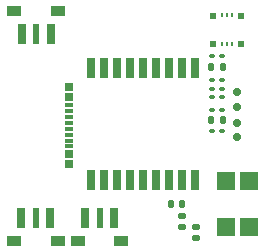
<source format=gbr>
%TF.GenerationSoftware,KiCad,Pcbnew,9.0.6-rc1*%
%TF.CreationDate,2025-11-21T10:50:26+01:00*%
%TF.ProjectId,hardware_V8,68617264-7761-4726-955f-56382e6b6963,rev?*%
%TF.SameCoordinates,Original*%
%TF.FileFunction,Paste,Bot*%
%TF.FilePolarity,Positive*%
%FSLAX46Y46*%
G04 Gerber Fmt 4.6, Leading zero omitted, Abs format (unit mm)*
G04 Created by KiCad (PCBNEW 9.0.6-rc1) date 2025-11-21 10:50:26*
%MOMM*%
%LPD*%
G01*
G04 APERTURE LIST*
G04 Aperture macros list*
%AMRoundRect*
0 Rectangle with rounded corners*
0 $1 Rounding radius*
0 $2 $3 $4 $5 $6 $7 $8 $9 X,Y pos of 4 corners*
0 Add a 4 corners polygon primitive as box body*
4,1,4,$2,$3,$4,$5,$6,$7,$8,$9,$2,$3,0*
0 Add four circle primitives for the rounded corners*
1,1,$1+$1,$2,$3*
1,1,$1+$1,$4,$5*
1,1,$1+$1,$6,$7*
1,1,$1+$1,$8,$9*
0 Add four rect primitives between the rounded corners*
20,1,$1+$1,$2,$3,$4,$5,0*
20,1,$1+$1,$4,$5,$6,$7,0*
20,1,$1+$1,$6,$7,$8,$9,0*
20,1,$1+$1,$8,$9,$2,$3,0*%
G04 Aperture macros list end*
%ADD10R,0.240000X0.450000*%
%ADD11R,0.500000X0.470000*%
%ADD12RoundRect,0.147500X0.172500X-0.147500X0.172500X0.147500X-0.172500X0.147500X-0.172500X-0.147500X0*%
%ADD13RoundRect,0.140000X-0.170000X0.140000X-0.170000X-0.140000X0.170000X-0.140000X0.170000X0.140000X0*%
%ADD14RoundRect,0.140000X0.140000X0.170000X-0.140000X0.170000X-0.140000X-0.170000X0.140000X-0.170000X0*%
%ADD15R,1.540000X1.540000*%
%ADD16R,0.750000X1.800000*%
%ADD17R,0.600000X1.800000*%
%ADD18R,1.300000X0.900000*%
%ADD19RoundRect,0.090000X0.139000X0.090000X-0.139000X0.090000X-0.139000X-0.090000X0.139000X-0.090000X0*%
%ADD20C,0.700000*%
%ADD21R,0.800000X0.650000*%
%ADD22R,0.800000X0.300000*%
%ADD23RoundRect,0.090000X-0.139000X-0.090000X0.139000X-0.090000X0.139000X0.090000X-0.139000X0.090000X0*%
%ADD24R,0.700000X1.800000*%
%ADD25R,0.800000X1.800000*%
%ADD26RoundRect,0.140000X-0.140000X-0.170000X0.140000X-0.170000X0.140000X0.170000X-0.140000X0.170000X0*%
G04 APERTURE END LIST*
D10*
%TO.C,J2*%
X130130000Y-88320000D03*
X130530000Y-88320000D03*
X130930000Y-88320000D03*
X130930000Y-90770000D03*
X130530000Y-90770000D03*
X130130000Y-90770000D03*
D11*
X129380000Y-88350000D03*
X131680000Y-88350000D03*
X131680000Y-90740000D03*
X129380000Y-90740000D03*
%TD*%
D12*
%TO.C,L1*%
X126740000Y-106285000D03*
X126740000Y-105315000D03*
%TD*%
D13*
%TO.C,C3*%
X127930000Y-106240000D03*
X127930000Y-107200000D03*
%TD*%
D14*
%TO.C,C2*%
X126760000Y-104270000D03*
X125800000Y-104270000D03*
%TD*%
D15*
%TO.C,U3*%
X130430000Y-106265000D03*
X130430000Y-102365000D03*
X132370000Y-106265000D03*
X132370000Y-102365000D03*
%TD*%
D16*
%TO.C,S3*%
X113165000Y-89880000D03*
D17*
X114390000Y-89880000D03*
D16*
X115615000Y-89880000D03*
D18*
X112540000Y-87930000D03*
X116240000Y-87930000D03*
%TD*%
D19*
%TO.C,C15*%
X130132500Y-96300000D03*
X129267500Y-96300000D03*
%TD*%
%TO.C,C27*%
X130132500Y-98100000D03*
X129267500Y-98100000D03*
%TD*%
D16*
%TO.C,S1*%
X115575000Y-105450000D03*
D17*
X114350000Y-105450000D03*
D16*
X113125000Y-105450000D03*
D18*
X116200000Y-107400000D03*
X112500000Y-107400000D03*
%TD*%
D20*
%TO.C,TP5*%
X131350000Y-98650000D03*
%TD*%
D19*
%TO.C,R16*%
X130137500Y-94530000D03*
X129272500Y-94530000D03*
%TD*%
%TO.C,R10*%
X130132500Y-93800000D03*
X129267500Y-93800000D03*
%TD*%
D14*
%TO.C,C16*%
X130180000Y-97200000D03*
X129220000Y-97200000D03*
%TD*%
D16*
%TO.C,S2*%
X120975000Y-105450000D03*
D17*
X119750000Y-105450000D03*
D16*
X118525000Y-105450000D03*
D18*
X121600000Y-107400000D03*
X117900000Y-107400000D03*
%TD*%
D21*
%TO.C,J1*%
X117200000Y-100950000D03*
X117200000Y-100100000D03*
D22*
X117200000Y-98920000D03*
X117200000Y-97920000D03*
X117200000Y-97420000D03*
X117200000Y-96420000D03*
D21*
X117200000Y-95240000D03*
X117200000Y-94390000D03*
D22*
X117200000Y-95920000D03*
X117200000Y-96920000D03*
X117200000Y-98420000D03*
X117200000Y-99420000D03*
%TD*%
D23*
%TO.C,C26*%
X129267500Y-91800000D03*
X130132500Y-91800000D03*
%TD*%
D20*
%TO.C,TP3*%
X131350000Y-97400000D03*
%TD*%
D24*
%TO.C,IC4*%
X119030000Y-92770000D03*
D25*
X120130000Y-92770000D03*
X121230000Y-92770000D03*
X122330000Y-92770000D03*
X123430000Y-92770000D03*
X124530000Y-92770000D03*
X125630000Y-92770000D03*
X126730000Y-92770000D03*
D24*
X127830000Y-92770000D03*
X127830000Y-102270000D03*
D25*
X126730000Y-102270000D03*
X125630000Y-102270000D03*
X124530000Y-102270000D03*
X123430000Y-102270000D03*
X122330000Y-102270000D03*
X121230000Y-102270000D03*
X120130000Y-102270000D03*
D24*
X119030000Y-102270000D03*
%TD*%
D20*
%TO.C,TP4*%
X131350000Y-96100000D03*
%TD*%
%TO.C,TP6*%
X131350000Y-94800000D03*
%TD*%
D23*
%TO.C,C8*%
X129272500Y-95240000D03*
X130137500Y-95240000D03*
%TD*%
D26*
%TO.C,C28*%
X129220000Y-92700000D03*
X130180000Y-92700000D03*
%TD*%
M02*

</source>
